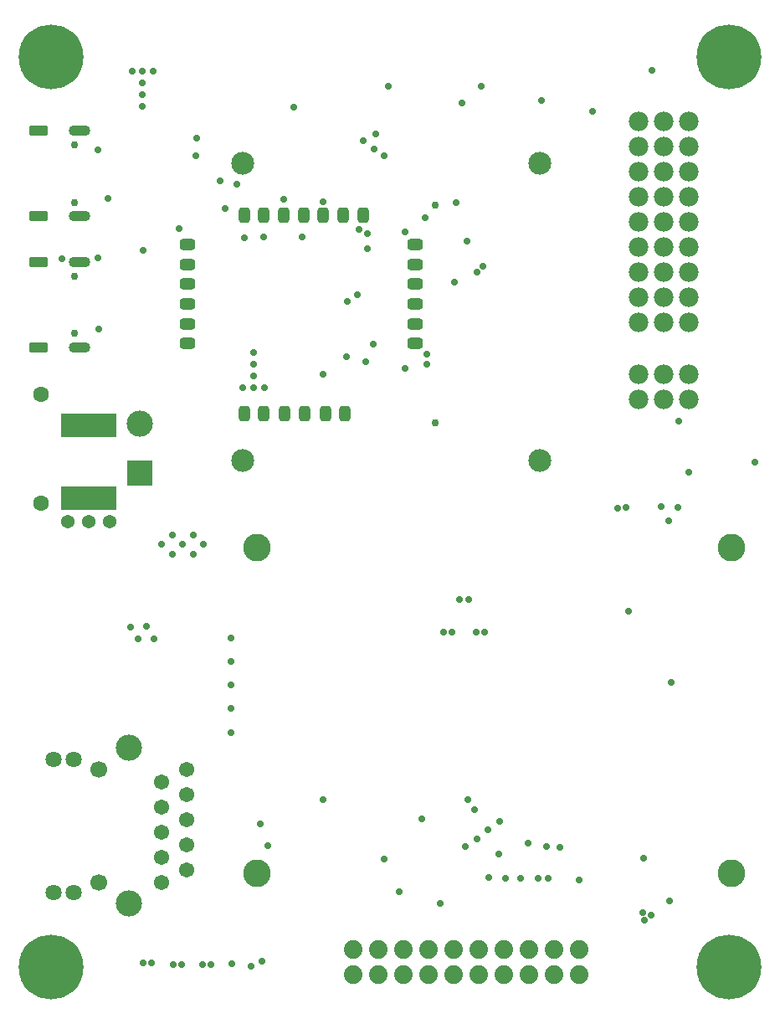
<source format=gbs>
G04*
G04 #@! TF.GenerationSoftware,Altium Limited,Altium Designer,23.4.1 (23)*
G04*
G04 Layer_Color=16711935*
%FSLAX44Y44*%
%MOMM*%
G71*
G04*
G04 #@! TF.SameCoordinates,A498DFDA-0769-4059-8707-A0DE4882B552*
G04*
G04*
G04 #@! TF.FilePolarity,Negative*
G04*
G01*
G75*
%ADD83C,2.8000*%
%ADD85C,0.7604*%
%ADD86C,2.3098*%
G04:AMPARAMS|DCode=87|XSize=1.9mm|YSize=1.1mm|CornerRadius=0.3mm|HoleSize=0mm|Usage=FLASHONLY|Rotation=0.000|XOffset=0mm|YOffset=0mm|HoleType=Round|Shape=RoundedRectangle|*
%AMROUNDEDRECTD87*
21,1,1.9000,0.5000,0,0,0.0*
21,1,1.3000,1.1000,0,0,0.0*
1,1,0.6000,0.6500,-0.2500*
1,1,0.6000,-0.6500,-0.2500*
1,1,0.6000,-0.6500,0.2500*
1,1,0.6000,0.6500,0.2500*
%
%ADD87ROUNDEDRECTD87*%
%ADD88O,2.2000X1.1000*%
%ADD89C,0.7500*%
%ADD90R,2.6500X2.6500*%
%ADD91C,2.6500*%
%ADD92C,1.6080*%
%ADD93C,1.7000*%
%ADD94C,1.6300*%
%ADD95C,1.5460*%
%ADD96C,0.7200*%
%ADD97C,6.5524*%
%ADD98C,1.3700*%
%ADD138C,1.8800*%
%ADD139R,5.7000X2.4000*%
G04:AMPARAMS|DCode=140|XSize=1.6mm|YSize=1.116mm|CornerRadius=0.304mm|HoleSize=0mm|Usage=FLASHONLY|Rotation=270.000|XOffset=0mm|YOffset=0mm|HoleType=Round|Shape=RoundedRectangle|*
%AMROUNDEDRECTD140*
21,1,1.6000,0.5080,0,0,270.0*
21,1,0.9920,1.1160,0,0,270.0*
1,1,0.6080,-0.2540,-0.4960*
1,1,0.6080,-0.2540,0.4960*
1,1,0.6080,0.2540,0.4960*
1,1,0.6080,0.2540,-0.4960*
%
%ADD140ROUNDEDRECTD140*%
G04:AMPARAMS|DCode=141|XSize=1.6mm|YSize=1.116mm|CornerRadius=0.304mm|HoleSize=0mm|Usage=FLASHONLY|Rotation=180.000|XOffset=0mm|YOffset=0mm|HoleType=Round|Shape=RoundedRectangle|*
%AMROUNDEDRECTD141*
21,1,1.6000,0.5080,0,0,180.0*
21,1,0.9920,1.1160,0,0,180.0*
1,1,0.6080,-0.4960,0.2540*
1,1,0.6080,0.4960,0.2540*
1,1,0.6080,0.4960,-0.2540*
1,1,0.6080,-0.4960,-0.2540*
%
%ADD141ROUNDEDRECTD141*%
%ADD142C,1.9800*%
D83*
X778245Y514716D02*
D03*
Y184716D02*
D03*
X298245Y514716D02*
D03*
Y184716D02*
D03*
D85*
X478350Y640605D02*
D03*
Y860841D02*
D03*
D86*
X584064Y602777D02*
D03*
Y902751D02*
D03*
X284090Y602777D02*
D03*
Y902751D02*
D03*
D87*
X76703Y935729D02*
D03*
Y849329D02*
D03*
Y803318D02*
D03*
Y716918D02*
D03*
D88*
X118503Y935729D02*
D03*
Y849329D02*
D03*
Y803318D02*
D03*
Y716918D02*
D03*
D89*
X113503Y863629D02*
D03*
Y921429D02*
D03*
Y731218D02*
D03*
Y789018D02*
D03*
D90*
X179529Y589719D02*
D03*
D91*
Y639719D02*
D03*
X168730Y311989D02*
D03*
Y154489D02*
D03*
D92*
X79529Y669719D02*
D03*
Y559719D02*
D03*
D93*
X138230Y290389D02*
D03*
Y176089D02*
D03*
D94*
X92530Y165989D02*
D03*
X112830D02*
D03*
X92530Y300489D02*
D03*
X112830D02*
D03*
D95*
X201730Y176089D02*
D03*
X227130Y188789D02*
D03*
X201730Y201489D02*
D03*
X227130Y214189D02*
D03*
X201730Y226889D02*
D03*
X227130Y239589D02*
D03*
X201730Y252289D02*
D03*
X227130Y264989D02*
D03*
X201730Y277689D02*
D03*
X227130Y290389D02*
D03*
D96*
X518250Y249500D02*
D03*
X511500Y259750D02*
D03*
X137500Y807500D02*
D03*
X100553Y806234D02*
D03*
X147500Y867500D02*
D03*
X183134Y814832D02*
D03*
X365354Y690000D02*
D03*
X495658Y429260D02*
D03*
X486918D02*
D03*
X389890Y763016D02*
D03*
X399736Y769934D02*
D03*
X409702Y816356D02*
D03*
X505714Y964184D02*
D03*
X447548Y695452D02*
D03*
X243840Y517525D02*
D03*
X365105Y259484D02*
D03*
X309129Y212932D02*
D03*
X724154Y555498D02*
D03*
X715010Y541274D02*
D03*
X706882Y555752D02*
D03*
X401574Y836422D02*
D03*
X409904Y832095D02*
D03*
X465074Y240284D02*
D03*
X572180Y215444D02*
D03*
X591058Y211836D02*
D03*
X542590Y204646D02*
D03*
X191788Y94234D02*
D03*
X183048D02*
D03*
X511914Y462280D02*
D03*
X503174D02*
D03*
X221788Y92710D02*
D03*
X213048D02*
D03*
X528684Y429006D02*
D03*
X519944D02*
D03*
X623864Y178348D02*
D03*
X301244Y235458D02*
D03*
X470141Y699528D02*
D03*
X185928Y434594D02*
D03*
X169926Y434340D02*
D03*
X178054Y422148D02*
D03*
X194056Y422402D02*
D03*
X442214Y166624D02*
D03*
X483831Y154366D02*
D03*
X426466Y199390D02*
D03*
X532638Y180594D02*
D03*
X582535Y180094D02*
D03*
X592571Y179984D02*
D03*
X696691Y142982D02*
D03*
X690417Y137267D02*
D03*
X689356Y200406D02*
D03*
X549656Y179832D02*
D03*
X604774Y211074D02*
D03*
X725000Y642500D02*
D03*
X802250Y600500D02*
D03*
X734822Y591058D02*
D03*
X510540Y824484D02*
D03*
X468122Y848360D02*
D03*
X447802Y833882D02*
D03*
X407924Y702056D02*
D03*
X415544Y720598D02*
D03*
X388874Y707136D02*
D03*
X637794Y955294D02*
D03*
X265830Y857250D02*
D03*
X499872Y863092D02*
D03*
X418084Y932688D02*
D03*
X585978Y966978D02*
D03*
X697992Y997458D02*
D03*
X325374Y866902D02*
D03*
X304546Y828294D02*
D03*
X285574Y827639D02*
D03*
X431382Y981095D02*
D03*
X525280D02*
D03*
X219710Y837438D02*
D03*
X497586Y783082D02*
D03*
X335534Y960120D02*
D03*
X526626Y799168D02*
D03*
X520446Y792988D02*
D03*
X136895Y916529D02*
D03*
X137668Y735076D02*
D03*
X405638Y926084D02*
D03*
X277876Y881888D02*
D03*
X261112Y885190D02*
D03*
X364744Y864362D02*
D03*
X344170Y828548D02*
D03*
X426974Y911098D02*
D03*
X416814Y917194D02*
D03*
X237490Y928624D02*
D03*
X236220Y911098D02*
D03*
X469900Y709930D02*
D03*
X294640Y675894D02*
D03*
X305308D02*
D03*
X283972D02*
D03*
X294644Y699680D02*
D03*
Y711573D02*
D03*
Y687787D02*
D03*
X182363Y984041D02*
D03*
Y960255D02*
D03*
Y972148D02*
D03*
X193035Y995934D02*
D03*
X171699D02*
D03*
X182367D02*
D03*
X717550Y378206D02*
D03*
X662670Y554651D02*
D03*
X671068Y554736D02*
D03*
X674310Y449956D02*
D03*
X292373Y91340D02*
D03*
X302758Y96277D02*
D03*
X508497Y212383D02*
D03*
X543726Y237820D02*
D03*
X531518Y229538D02*
D03*
X520870Y219751D02*
D03*
X564852Y179876D02*
D03*
X715772Y157480D02*
D03*
X272542Y93472D02*
D03*
X688687Y145615D02*
D03*
X251788Y93218D02*
D03*
X243048D02*
D03*
X271780Y351473D02*
D03*
Y399098D02*
D03*
Y422910D02*
D03*
Y375285D02*
D03*
Y327660D02*
D03*
X233363Y508000D02*
D03*
X212407D02*
D03*
X201930Y517525D02*
D03*
X222885D02*
D03*
X212407Y527050D02*
D03*
X233363D02*
D03*
D97*
X775700Y90510D02*
D03*
X89700Y90107D02*
D03*
X775700Y1010510D02*
D03*
X89700D02*
D03*
D98*
X148908Y540850D02*
D03*
X106716D02*
D03*
X127812D02*
D03*
D138*
X623995Y107667D02*
D03*
X598595D02*
D03*
Y82267D02*
D03*
X573195Y107667D02*
D03*
Y82267D02*
D03*
X547795Y107667D02*
D03*
Y82267D02*
D03*
X522395Y107667D02*
D03*
Y82267D02*
D03*
X395395D02*
D03*
Y107667D02*
D03*
X420795Y82267D02*
D03*
Y107667D02*
D03*
X446195Y82267D02*
D03*
Y107667D02*
D03*
X471595Y82267D02*
D03*
Y107667D02*
D03*
X496995Y82267D02*
D03*
Y107667D02*
D03*
X623995Y82267D02*
D03*
D139*
X127950Y564145D02*
D03*
Y638145D02*
D03*
D140*
X325208Y850276D02*
D03*
X305208D02*
D03*
X285208D02*
D03*
X345288D02*
D03*
X365354D02*
D03*
X385420D02*
D03*
X405232D02*
D03*
X346208Y650276D02*
D03*
X326208D02*
D03*
X305208D02*
D03*
X285208D02*
D03*
X367208D02*
D03*
X387208D02*
D03*
D141*
X227708Y820951D02*
D03*
Y800951D02*
D03*
Y780951D02*
D03*
Y760951D02*
D03*
Y740918D02*
D03*
Y720852D02*
D03*
X457708Y820951D02*
D03*
Y800951D02*
D03*
Y780951D02*
D03*
Y760951D02*
D03*
Y740918D02*
D03*
Y720852D02*
D03*
D142*
X709791Y945400D02*
D03*
X684391Y920000D02*
D03*
X735191Y793000D02*
D03*
X684391D02*
D03*
X735191Y894600D02*
D03*
X709791Y920000D02*
D03*
Y894600D02*
D03*
X684391Y767600D02*
D03*
X735191Y869200D02*
D03*
Y818400D02*
D03*
X684391Y945400D02*
D03*
Y742200D02*
D03*
Y869200D02*
D03*
X735191Y920000D02*
D03*
Y945400D02*
D03*
X709791Y818400D02*
D03*
Y869200D02*
D03*
X735191Y742200D02*
D03*
X684391Y894600D02*
D03*
Y818400D02*
D03*
X709791Y843800D02*
D03*
X684391D02*
D03*
X735191D02*
D03*
Y767600D02*
D03*
X709791Y742200D02*
D03*
Y767600D02*
D03*
Y793000D02*
D03*
X735191Y690000D02*
D03*
Y664600D02*
D03*
X709791Y690000D02*
D03*
Y664600D02*
D03*
X684391Y690000D02*
D03*
Y664600D02*
D03*
M02*

</source>
